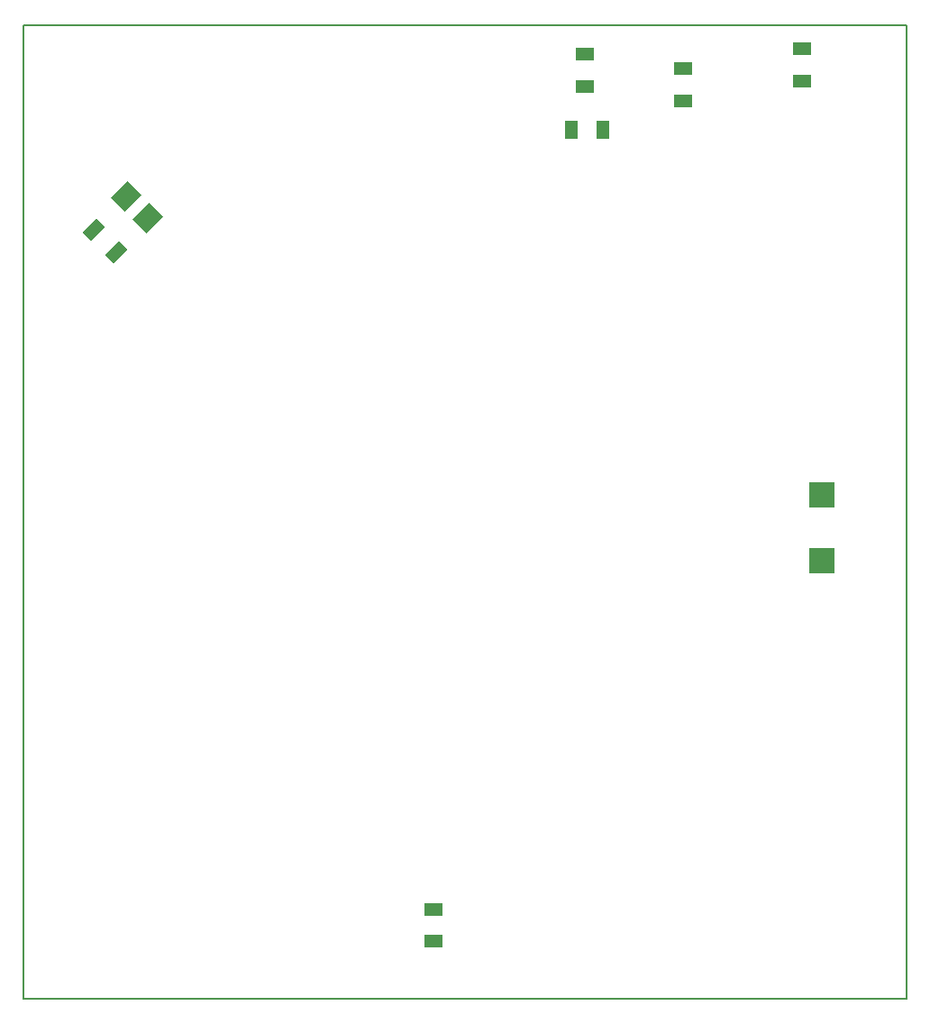
<source format=gbr>
G04 PROTEUS GERBER X2 FILE*
%TF.GenerationSoftware,Labcenter,Proteus,8.15-SP1-Build34318*%
%TF.CreationDate,2023-08-09T10:16:53+00:00*%
%TF.FileFunction,Paste,Bot*%
%TF.FilePolarity,Positive*%
%TF.Part,Single*%
%TF.SameCoordinates,{0049c899-80f1-4e30-9ba5-08a3a9b55963}*%
%FSLAX45Y45*%
%MOMM*%
G01*
%TA.AperFunction,Material*%
%ADD60R,2.438400X2.362200*%
%AMPPAD055*
4,1,4,
-0.161640,-1.436840,
-1.436840,-0.161640,
0.161640,1.436840,
1.436840,0.161640,
-0.161640,-1.436840,
0*%
%ADD61PPAD055*%
%ADD59R,1.803400X1.143000*%
%AMPPAD056*
4,1,4,
-0.233490,-1.041710,
-1.041710,-0.233490,
0.233490,1.041710,
1.041710,0.233490,
-0.233490,-1.041710,
0*%
%ADD62PPAD056*%
%ADD63R,1.143000X1.803400*%
%TA.AperFunction,Profile*%
%ADD27C,0.203200*%
%TD.AperFunction*%
D60*
X+6883400Y+4666220D03*
X+6883400Y+4046220D03*
D61*
X+343579Y+7470140D03*
X+548640Y+7265080D03*
D59*
X+3235960Y+474420D03*
X+3235960Y+774420D03*
D62*
X+41868Y+7152640D03*
X+254000Y+6940508D03*
D59*
X+5580380Y+8369300D03*
X+5580380Y+8669300D03*
X+6700520Y+8557260D03*
X+6700520Y+8857260D03*
X+4653280Y+8506180D03*
X+4653280Y+8806180D03*
D63*
X+4826280Y+8100060D03*
X+4526280Y+8100060D03*
D27*
X-619760Y-63500D02*
X+7683500Y-63500D01*
X+7683500Y+9080500D01*
X-619760Y+9080500D01*
X-619760Y-63500D01*
M02*

</source>
